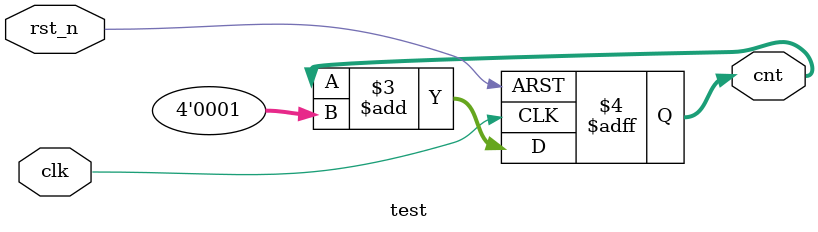
<source format=v>
module test (
  input wire clk,
  input wire rst_n,
  output reg [3:0] cnt
);

always @(posedge clk or negedge rst_n) begin
  if (!rst_n) begin
    cnt <= 4'h0;
  end
  else begin
    cnt <= cnt + 4'h1;
  end
end

endmodule

</source>
